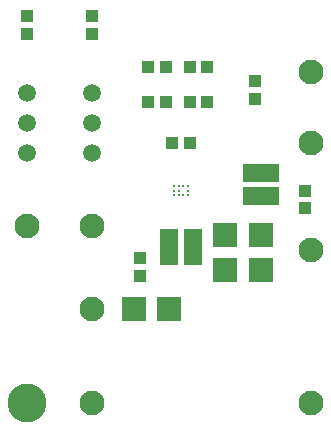
<source format=gts>
G75*
G70*
%OFA0B0*%
%FSLAX24Y24*%
%IPPOS*%
%LPD*%
%AMOC8*
5,1,8,0,0,1.08239X$1,22.5*
%
%ADD10C,0.1299*%
%ADD11C,0.0118*%
%ADD12R,0.1220X0.0630*%
%ADD13R,0.0433X0.0433*%
%ADD14R,0.0827X0.0827*%
%ADD15C,0.0827*%
%ADD16R,0.0630X0.1220*%
%ADD17C,0.0591*%
D10*
X001181Y001181D03*
D11*
X006063Y008110D03*
X006220Y008110D03*
X006220Y008268D03*
X006063Y008268D03*
X006063Y008425D03*
X006220Y008425D03*
X006378Y008425D03*
X006535Y008425D03*
X006535Y008268D03*
X006535Y008110D03*
X006378Y008110D03*
D12*
X008957Y008071D03*
X008957Y008858D03*
D13*
X010433Y008268D03*
X010433Y007677D03*
X006594Y009843D03*
X006004Y009843D03*
X005807Y011220D03*
X006594Y011220D03*
X007185Y011220D03*
X007185Y012402D03*
X006594Y012402D03*
X005807Y012402D03*
X005217Y012402D03*
X005217Y011220D03*
X003346Y013484D03*
X003346Y014075D03*
X001181Y014075D03*
X001181Y013484D03*
X008760Y011909D03*
X008760Y011319D03*
X004921Y006004D03*
X004921Y005413D03*
D14*
X004724Y004331D03*
X005906Y004331D03*
X007776Y005610D03*
X008957Y005610D03*
X008957Y006791D03*
X007776Y006791D03*
D15*
X010630Y006299D03*
X010630Y009843D03*
X010630Y012205D03*
X003346Y007087D03*
X001181Y007087D03*
X003346Y004331D03*
X003346Y001181D03*
X010630Y001181D03*
D16*
X006693Y006398D03*
X005906Y006398D03*
D17*
X003346Y009531D03*
X003346Y010531D03*
X003346Y011531D03*
X001181Y011531D03*
X001181Y010531D03*
X001181Y009531D03*
M02*

</source>
